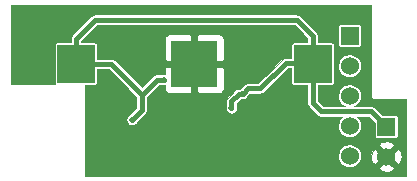
<source format=gbl>
G04 (created by PCBNEW (2013-07-07 BZR 4022)-stable) date 2/20/2015 11:24:38 AM*
%MOIN*%
G04 Gerber Fmt 3.4, Leading zero omitted, Abs format*
%FSLAX34Y34*%
G01*
G70*
G90*
G04 APERTURE LIST*
%ADD10C,0.00590551*%
%ADD11R,0.155906X0.155906*%
%ADD12R,0.125197X0.125197*%
%ADD13R,0.06X0.06*%
%ADD14C,0.06*%
%ADD15C,0.02*%
%ADD16C,0.006*%
%ADD17C,0.018*%
%ADD18C,0.0181102*%
%ADD19C,0.001*%
G04 APERTURE END LIST*
G54D10*
G54D11*
X110940Y-51673D03*
G54D12*
X106996Y-51673D03*
X114885Y-51673D03*
G54D13*
X116118Y-50740D03*
G54D14*
X116118Y-51740D03*
X116118Y-52740D03*
X116118Y-53740D03*
X116118Y-54740D03*
G54D13*
X117346Y-53771D03*
G54D14*
X117346Y-54771D03*
G54D15*
X109756Y-52665D03*
X112345Y-53403D03*
X109473Y-53818D03*
X110193Y-53999D03*
X112717Y-52925D03*
X109925Y-52200D03*
X108863Y-53547D03*
X112548Y-52676D03*
X112178Y-53149D03*
G54D16*
X112345Y-53403D02*
X112347Y-53405D01*
X110193Y-53999D02*
X110189Y-53995D01*
G54D17*
X106996Y-51673D02*
X106996Y-50834D01*
X114885Y-50732D02*
X114885Y-51673D01*
X114358Y-50204D02*
X114885Y-50732D01*
X107625Y-50204D02*
X114358Y-50204D01*
X106996Y-50834D02*
X107625Y-50204D01*
X114885Y-51673D02*
X114885Y-52988D01*
X114885Y-52988D02*
X115161Y-53263D01*
X113984Y-51657D02*
X114870Y-51657D01*
X114870Y-51657D02*
X114885Y-51673D01*
G54D18*
X113984Y-51657D02*
X113149Y-52492D01*
X112548Y-52676D02*
X112551Y-52676D01*
X112736Y-52492D02*
X113149Y-52492D01*
X112551Y-52676D02*
X112736Y-52492D01*
G54D17*
X106996Y-51673D02*
X108161Y-51673D01*
X108161Y-51673D02*
X109188Y-52700D01*
X109925Y-52200D02*
X109688Y-52200D01*
X109688Y-52200D02*
X109188Y-52700D01*
G54D18*
X109188Y-52700D02*
X109188Y-53221D01*
X108863Y-53547D02*
X109188Y-53221D01*
X116838Y-53263D02*
X117346Y-53771D01*
X115161Y-53263D02*
X116838Y-53263D01*
X115153Y-53263D02*
X115161Y-53263D01*
X112548Y-52676D02*
X112425Y-52676D01*
X112178Y-52924D02*
X112178Y-53149D01*
X112425Y-52676D02*
X112178Y-52924D01*
G54D16*
X112548Y-52676D02*
X112544Y-52673D01*
X112148Y-53119D02*
X112178Y-53149D01*
G54D10*
G36*
X118006Y-55408D02*
X117853Y-55408D01*
X117853Y-54796D01*
X117848Y-54697D01*
X117824Y-54601D01*
X117805Y-54555D01*
X117729Y-54523D01*
X117594Y-54657D01*
X117594Y-54388D01*
X117562Y-54312D01*
X117469Y-54279D01*
X117371Y-54264D01*
X117272Y-54269D01*
X117176Y-54293D01*
X117130Y-54312D01*
X117098Y-54388D01*
X117346Y-54637D01*
X117594Y-54388D01*
X117594Y-54657D01*
X117480Y-54771D01*
X117729Y-55019D01*
X117805Y-54987D01*
X117838Y-54894D01*
X117853Y-54796D01*
X117853Y-55408D01*
X117594Y-55408D01*
X117594Y-55154D01*
X117346Y-54906D01*
X117212Y-55040D01*
X117212Y-54771D01*
X116963Y-54523D01*
X116887Y-54555D01*
X116854Y-54648D01*
X116839Y-54746D01*
X116844Y-54845D01*
X116868Y-54941D01*
X116887Y-54987D01*
X116963Y-55019D01*
X117212Y-54771D01*
X117212Y-55040D01*
X117098Y-55154D01*
X117130Y-55230D01*
X117223Y-55264D01*
X117321Y-55278D01*
X117420Y-55273D01*
X117516Y-55249D01*
X117562Y-55230D01*
X117594Y-55154D01*
X117594Y-55408D01*
X116501Y-55408D01*
X116501Y-54702D01*
X116487Y-54628D01*
X116458Y-54559D01*
X116416Y-54496D01*
X116363Y-54443D01*
X116301Y-54400D01*
X116232Y-54371D01*
X116158Y-54356D01*
X116083Y-54356D01*
X116009Y-54370D01*
X115939Y-54398D01*
X115876Y-54439D01*
X115822Y-54492D01*
X115780Y-54554D01*
X115750Y-54623D01*
X115734Y-54697D01*
X115733Y-54772D01*
X115747Y-54846D01*
X115775Y-54916D01*
X115815Y-54979D01*
X115868Y-55033D01*
X115929Y-55076D01*
X115998Y-55106D01*
X116072Y-55123D01*
X116147Y-55124D01*
X116221Y-55111D01*
X116291Y-55084D01*
X116355Y-55044D01*
X116410Y-54992D01*
X116453Y-54930D01*
X116483Y-54861D01*
X116500Y-54788D01*
X116501Y-54702D01*
X116501Y-55408D01*
X111925Y-55408D01*
X111925Y-52434D01*
X111925Y-50912D01*
X111925Y-50872D01*
X111917Y-50832D01*
X111901Y-50795D01*
X111879Y-50762D01*
X111850Y-50734D01*
X111817Y-50711D01*
X111780Y-50696D01*
X111740Y-50688D01*
X111087Y-50688D01*
X111035Y-50739D01*
X111035Y-51578D01*
X111874Y-51578D01*
X111925Y-51526D01*
X111925Y-50912D01*
X111925Y-52434D01*
X111925Y-51819D01*
X111874Y-51768D01*
X111035Y-51768D01*
X111035Y-52606D01*
X111087Y-52657D01*
X111740Y-52657D01*
X111780Y-52649D01*
X111817Y-52634D01*
X111850Y-52612D01*
X111879Y-52584D01*
X111901Y-52550D01*
X111917Y-52513D01*
X111925Y-52474D01*
X111925Y-52434D01*
X111925Y-55408D01*
X107308Y-55408D01*
X107308Y-52382D01*
X107630Y-52382D01*
X107646Y-52379D01*
X107661Y-52373D01*
X107675Y-52364D01*
X107686Y-52352D01*
X107696Y-52339D01*
X107702Y-52324D01*
X107705Y-52308D01*
X107705Y-52291D01*
X107705Y-51846D01*
X108089Y-51846D01*
X109014Y-52772D01*
X109014Y-53149D01*
X108782Y-53381D01*
X108777Y-53383D01*
X108747Y-53403D01*
X108721Y-53428D01*
X108701Y-53458D01*
X108687Y-53491D01*
X108679Y-53526D01*
X108679Y-53562D01*
X108685Y-53598D01*
X108698Y-53631D01*
X108718Y-53661D01*
X108743Y-53687D01*
X108773Y-53708D01*
X108806Y-53722D01*
X108841Y-53730D01*
X108877Y-53731D01*
X108912Y-53725D01*
X108946Y-53712D01*
X108976Y-53692D01*
X109002Y-53667D01*
X109023Y-53638D01*
X109027Y-53628D01*
X109312Y-53344D01*
X109322Y-53332D01*
X109332Y-53319D01*
X109333Y-53319D01*
X109333Y-53318D01*
X109341Y-53304D01*
X109349Y-53290D01*
X109349Y-53289D01*
X109349Y-53288D01*
X109354Y-53273D01*
X109359Y-53257D01*
X109359Y-53256D01*
X109359Y-53255D01*
X109361Y-53239D01*
X109363Y-53223D01*
X109363Y-53222D01*
X109363Y-53222D01*
X109363Y-53222D01*
X109363Y-53221D01*
X109363Y-52772D01*
X109760Y-52374D01*
X109863Y-52374D01*
X109868Y-52376D01*
X109903Y-52384D01*
X109939Y-52384D01*
X109956Y-52381D01*
X109956Y-52434D01*
X109956Y-52474D01*
X109964Y-52513D01*
X109980Y-52550D01*
X110002Y-52584D01*
X110031Y-52612D01*
X110064Y-52634D01*
X110101Y-52649D01*
X110141Y-52657D01*
X110794Y-52657D01*
X110845Y-52606D01*
X110845Y-51768D01*
X110845Y-51578D01*
X110845Y-50739D01*
X110794Y-50688D01*
X110141Y-50688D01*
X110101Y-50696D01*
X110064Y-50711D01*
X110031Y-50734D01*
X110002Y-50762D01*
X109980Y-50795D01*
X109964Y-50832D01*
X109956Y-50872D01*
X109956Y-50912D01*
X109956Y-51526D01*
X110007Y-51578D01*
X110845Y-51578D01*
X110845Y-51768D01*
X110007Y-51768D01*
X109956Y-51819D01*
X109956Y-52019D01*
X109944Y-52017D01*
X109908Y-52016D01*
X109873Y-52023D01*
X109864Y-52027D01*
X109688Y-52027D01*
X109672Y-52028D01*
X109657Y-52030D01*
X109656Y-52030D01*
X109655Y-52030D01*
X109639Y-52034D01*
X109624Y-52039D01*
X109623Y-52039D01*
X109622Y-52040D01*
X109608Y-52047D01*
X109594Y-52055D01*
X109593Y-52055D01*
X109592Y-52056D01*
X109580Y-52066D01*
X109567Y-52076D01*
X109566Y-52077D01*
X109566Y-52077D01*
X109566Y-52077D01*
X109566Y-52077D01*
X109188Y-52455D01*
X108284Y-51550D01*
X108271Y-51540D01*
X108259Y-51529D01*
X108258Y-51529D01*
X108258Y-51528D01*
X108243Y-51521D01*
X108229Y-51513D01*
X108228Y-51513D01*
X108228Y-51512D01*
X108212Y-51508D01*
X108197Y-51503D01*
X108196Y-51503D01*
X108195Y-51502D01*
X108179Y-51501D01*
X108163Y-51499D01*
X108162Y-51499D01*
X108162Y-51499D01*
X108161Y-51499D01*
X108161Y-51499D01*
X107705Y-51499D01*
X107705Y-51039D01*
X107702Y-51022D01*
X107696Y-51007D01*
X107687Y-50994D01*
X107675Y-50982D01*
X107662Y-50973D01*
X107646Y-50966D01*
X107630Y-50963D01*
X107614Y-50963D01*
X107169Y-50963D01*
X107169Y-50906D01*
X107697Y-50378D01*
X114286Y-50378D01*
X114712Y-50804D01*
X114712Y-50963D01*
X114251Y-50963D01*
X114235Y-50966D01*
X114220Y-50972D01*
X114206Y-50982D01*
X114195Y-50993D01*
X114185Y-51007D01*
X114179Y-51022D01*
X114176Y-51038D01*
X114176Y-51054D01*
X114176Y-51483D01*
X113991Y-51483D01*
X113986Y-51483D01*
X113952Y-51486D01*
X113919Y-51495D01*
X113889Y-51511D01*
X113862Y-51532D01*
X113861Y-51534D01*
X113077Y-52317D01*
X112736Y-52317D01*
X112720Y-52319D01*
X112704Y-52320D01*
X112703Y-52321D01*
X112702Y-52321D01*
X112686Y-52325D01*
X112671Y-52330D01*
X112670Y-52330D01*
X112669Y-52330D01*
X112655Y-52338D01*
X112641Y-52345D01*
X112640Y-52346D01*
X112639Y-52346D01*
X112627Y-52357D01*
X112614Y-52367D01*
X112613Y-52368D01*
X112613Y-52368D01*
X112613Y-52368D01*
X112612Y-52368D01*
X112479Y-52502D01*
X112425Y-52502D01*
X112409Y-52504D01*
X112393Y-52505D01*
X112392Y-52505D01*
X112391Y-52505D01*
X112376Y-52510D01*
X112360Y-52515D01*
X112359Y-52515D01*
X112358Y-52515D01*
X112344Y-52523D01*
X112330Y-52530D01*
X112329Y-52531D01*
X112328Y-52531D01*
X112316Y-52541D01*
X112303Y-52552D01*
X112302Y-52553D01*
X112302Y-52553D01*
X112302Y-52553D01*
X112302Y-52553D01*
X112054Y-52800D01*
X112044Y-52813D01*
X112034Y-52825D01*
X112033Y-52826D01*
X112033Y-52827D01*
X112025Y-52841D01*
X112017Y-52855D01*
X112017Y-52856D01*
X112017Y-52857D01*
X112012Y-52872D01*
X112007Y-52887D01*
X112007Y-52888D01*
X112007Y-52889D01*
X112005Y-52905D01*
X112003Y-52921D01*
X112003Y-52923D01*
X112003Y-52923D01*
X112003Y-52923D01*
X112003Y-52924D01*
X112003Y-53089D01*
X112002Y-53093D01*
X111994Y-53128D01*
X111994Y-53164D01*
X112000Y-53200D01*
X112013Y-53233D01*
X112033Y-53264D01*
X112058Y-53290D01*
X112088Y-53310D01*
X112121Y-53325D01*
X112156Y-53332D01*
X112192Y-53333D01*
X112227Y-53327D01*
X112261Y-53314D01*
X112291Y-53294D01*
X112317Y-53270D01*
X112338Y-53240D01*
X112353Y-53207D01*
X112361Y-53172D01*
X112361Y-53131D01*
X112354Y-53096D01*
X112352Y-53090D01*
X112352Y-52996D01*
X112495Y-52853D01*
X112526Y-52860D01*
X112562Y-52861D01*
X112597Y-52854D01*
X112631Y-52841D01*
X112661Y-52822D01*
X112687Y-52797D01*
X112708Y-52768D01*
X112710Y-52764D01*
X112808Y-52666D01*
X113149Y-52666D01*
X113165Y-52664D01*
X113181Y-52663D01*
X113182Y-52663D01*
X113183Y-52663D01*
X113198Y-52658D01*
X113214Y-52653D01*
X113215Y-52653D01*
X113216Y-52653D01*
X113230Y-52645D01*
X113244Y-52638D01*
X113245Y-52637D01*
X113246Y-52637D01*
X113258Y-52627D01*
X113271Y-52617D01*
X113272Y-52615D01*
X113272Y-52615D01*
X113272Y-52615D01*
X113272Y-52615D01*
X114056Y-51831D01*
X114176Y-51831D01*
X114176Y-52307D01*
X114179Y-52323D01*
X114185Y-52338D01*
X114194Y-52352D01*
X114206Y-52364D01*
X114219Y-52373D01*
X114234Y-52379D01*
X114251Y-52382D01*
X114267Y-52383D01*
X114712Y-52382D01*
X114712Y-52988D01*
X114713Y-53004D01*
X114715Y-53020D01*
X114715Y-53021D01*
X114715Y-53021D01*
X114720Y-53037D01*
X114724Y-53052D01*
X114724Y-53053D01*
X114725Y-53054D01*
X114732Y-53068D01*
X114740Y-53082D01*
X114740Y-53083D01*
X114741Y-53084D01*
X114751Y-53096D01*
X114761Y-53109D01*
X114762Y-53110D01*
X114762Y-53110D01*
X114762Y-53110D01*
X114762Y-53111D01*
X115003Y-53351D01*
X115007Y-53359D01*
X115029Y-53385D01*
X115055Y-53407D01*
X115084Y-53423D01*
X115117Y-53434D01*
X115151Y-53438D01*
X115153Y-53438D01*
X115161Y-53438D01*
X115878Y-53438D01*
X115876Y-53439D01*
X115822Y-53492D01*
X115780Y-53554D01*
X115750Y-53623D01*
X115734Y-53697D01*
X115733Y-53772D01*
X115747Y-53846D01*
X115775Y-53916D01*
X115815Y-53979D01*
X115868Y-54033D01*
X115929Y-54076D01*
X115998Y-54106D01*
X116072Y-54123D01*
X116147Y-54124D01*
X116221Y-54111D01*
X116291Y-54084D01*
X116355Y-54044D01*
X116410Y-53992D01*
X116453Y-53930D01*
X116483Y-53861D01*
X116500Y-53788D01*
X116501Y-53702D01*
X116487Y-53628D01*
X116458Y-53559D01*
X116416Y-53496D01*
X116363Y-53443D01*
X116356Y-53438D01*
X116766Y-53438D01*
X116962Y-53634D01*
X116962Y-54079D01*
X116965Y-54095D01*
X116972Y-54111D01*
X116981Y-54124D01*
X116992Y-54136D01*
X117006Y-54145D01*
X117021Y-54152D01*
X117037Y-54155D01*
X117054Y-54155D01*
X117654Y-54155D01*
X117670Y-54152D01*
X117685Y-54145D01*
X117699Y-54136D01*
X117711Y-54125D01*
X117720Y-54111D01*
X117726Y-54096D01*
X117730Y-54080D01*
X117730Y-54064D01*
X117730Y-53463D01*
X117727Y-53447D01*
X117720Y-53432D01*
X117711Y-53418D01*
X117700Y-53406D01*
X117686Y-53397D01*
X117671Y-53391D01*
X117655Y-53387D01*
X117638Y-53387D01*
X117209Y-53387D01*
X116961Y-53140D01*
X116949Y-53130D01*
X116937Y-53119D01*
X116936Y-53119D01*
X116935Y-53118D01*
X116921Y-53111D01*
X116907Y-53103D01*
X116906Y-53103D01*
X116905Y-53102D01*
X116890Y-53098D01*
X116874Y-53093D01*
X116873Y-53093D01*
X116873Y-53092D01*
X116857Y-53091D01*
X116841Y-53089D01*
X116839Y-53089D01*
X116839Y-53089D01*
X116839Y-53089D01*
X116838Y-53089D01*
X116501Y-53089D01*
X116501Y-51032D01*
X116501Y-50431D01*
X116498Y-50415D01*
X116492Y-50400D01*
X116483Y-50386D01*
X116471Y-50375D01*
X116458Y-50366D01*
X116442Y-50359D01*
X116426Y-50356D01*
X116410Y-50356D01*
X115809Y-50356D01*
X115793Y-50359D01*
X115778Y-50365D01*
X115764Y-50374D01*
X115753Y-50386D01*
X115744Y-50400D01*
X115737Y-50415D01*
X115734Y-50431D01*
X115734Y-50447D01*
X115734Y-51048D01*
X115737Y-51064D01*
X115743Y-51079D01*
X115752Y-51093D01*
X115764Y-51104D01*
X115778Y-51114D01*
X115793Y-51120D01*
X115809Y-51123D01*
X115825Y-51123D01*
X116426Y-51123D01*
X116442Y-51120D01*
X116457Y-51114D01*
X116471Y-51105D01*
X116482Y-51093D01*
X116492Y-51080D01*
X116498Y-51065D01*
X116501Y-51048D01*
X116501Y-51032D01*
X116501Y-53089D01*
X116278Y-53089D01*
X116291Y-53084D01*
X116355Y-53044D01*
X116410Y-52992D01*
X116453Y-52930D01*
X116483Y-52861D01*
X116500Y-52788D01*
X116501Y-52702D01*
X116501Y-51702D01*
X116487Y-51628D01*
X116458Y-51559D01*
X116416Y-51496D01*
X116363Y-51443D01*
X116301Y-51400D01*
X116232Y-51371D01*
X116158Y-51356D01*
X116083Y-51356D01*
X116009Y-51370D01*
X115939Y-51398D01*
X115876Y-51439D01*
X115822Y-51492D01*
X115780Y-51554D01*
X115750Y-51623D01*
X115734Y-51697D01*
X115733Y-51772D01*
X115747Y-51846D01*
X115775Y-51916D01*
X115815Y-51979D01*
X115868Y-52033D01*
X115929Y-52076D01*
X115998Y-52106D01*
X116072Y-52123D01*
X116147Y-52124D01*
X116221Y-52111D01*
X116291Y-52084D01*
X116355Y-52044D01*
X116410Y-51992D01*
X116453Y-51930D01*
X116483Y-51861D01*
X116500Y-51788D01*
X116501Y-51702D01*
X116501Y-52702D01*
X116487Y-52628D01*
X116458Y-52559D01*
X116416Y-52496D01*
X116363Y-52443D01*
X116301Y-52400D01*
X116232Y-52371D01*
X116158Y-52356D01*
X116083Y-52356D01*
X116009Y-52370D01*
X115939Y-52398D01*
X115876Y-52439D01*
X115822Y-52492D01*
X115780Y-52554D01*
X115750Y-52623D01*
X115734Y-52697D01*
X115733Y-52772D01*
X115747Y-52846D01*
X115775Y-52916D01*
X115815Y-52979D01*
X115868Y-53033D01*
X115929Y-53076D01*
X115959Y-53089D01*
X115232Y-53089D01*
X115059Y-52916D01*
X115059Y-52382D01*
X115520Y-52382D01*
X115536Y-52379D01*
X115551Y-52373D01*
X115564Y-52364D01*
X115576Y-52352D01*
X115585Y-52339D01*
X115592Y-52324D01*
X115595Y-52308D01*
X115595Y-52291D01*
X115595Y-51039D01*
X115592Y-51022D01*
X115586Y-51007D01*
X115577Y-50994D01*
X115565Y-50982D01*
X115551Y-50973D01*
X115536Y-50966D01*
X115520Y-50963D01*
X115504Y-50963D01*
X115059Y-50963D01*
X115059Y-50732D01*
X115058Y-50716D01*
X115056Y-50700D01*
X115056Y-50699D01*
X115056Y-50698D01*
X115051Y-50683D01*
X115047Y-50667D01*
X115046Y-50666D01*
X115046Y-50666D01*
X115038Y-50651D01*
X115031Y-50637D01*
X115030Y-50636D01*
X115030Y-50636D01*
X115020Y-50623D01*
X115010Y-50611D01*
X115009Y-50609D01*
X115009Y-50609D01*
X115009Y-50609D01*
X115008Y-50609D01*
X114481Y-50081D01*
X114468Y-50071D01*
X114456Y-50061D01*
X114455Y-50060D01*
X114454Y-50060D01*
X114440Y-50052D01*
X114426Y-50045D01*
X114425Y-50044D01*
X114425Y-50044D01*
X114409Y-50039D01*
X114394Y-50034D01*
X114393Y-50034D01*
X114392Y-50034D01*
X114376Y-50032D01*
X114360Y-50031D01*
X114358Y-50030D01*
X114358Y-50030D01*
X114358Y-50030D01*
X114358Y-50030D01*
X107625Y-50030D01*
X107609Y-50032D01*
X107594Y-50033D01*
X107593Y-50034D01*
X107592Y-50034D01*
X107576Y-50038D01*
X107561Y-50043D01*
X107560Y-50043D01*
X107559Y-50044D01*
X107545Y-50051D01*
X107531Y-50059D01*
X107530Y-50059D01*
X107529Y-50060D01*
X107517Y-50070D01*
X107504Y-50080D01*
X107503Y-50081D01*
X107503Y-50081D01*
X107503Y-50081D01*
X107503Y-50081D01*
X106873Y-50711D01*
X106863Y-50724D01*
X106852Y-50736D01*
X106852Y-50737D01*
X106851Y-50737D01*
X106844Y-50752D01*
X106836Y-50766D01*
X106836Y-50767D01*
X106835Y-50767D01*
X106830Y-50783D01*
X106826Y-50798D01*
X106826Y-50799D01*
X106825Y-50800D01*
X106824Y-50816D01*
X106822Y-50832D01*
X106822Y-50834D01*
X106822Y-50834D01*
X106822Y-50834D01*
X106822Y-50834D01*
X106822Y-50963D01*
X106361Y-50963D01*
X106345Y-50966D01*
X106330Y-50972D01*
X106316Y-50982D01*
X106305Y-50993D01*
X106296Y-51007D01*
X106289Y-51022D01*
X106286Y-51038D01*
X106286Y-51054D01*
X106286Y-52307D01*
X106289Y-52323D01*
X106295Y-52338D01*
X106304Y-52352D01*
X106313Y-52361D01*
X104827Y-52361D01*
X104827Y-50000D01*
X104827Y-49709D01*
X116825Y-49709D01*
X116825Y-50000D01*
X116825Y-52755D01*
X116826Y-52765D01*
X116827Y-52775D01*
X116827Y-52775D01*
X116827Y-52775D01*
X116830Y-52785D01*
X116833Y-52794D01*
X116833Y-52794D01*
X116833Y-52795D01*
X116838Y-52803D01*
X116842Y-52812D01*
X116842Y-52812D01*
X116842Y-52813D01*
X116849Y-52820D01*
X116855Y-52828D01*
X116855Y-52828D01*
X116855Y-52828D01*
X116863Y-52834D01*
X116870Y-52841D01*
X116871Y-52841D01*
X116871Y-52841D01*
X116879Y-52846D01*
X116888Y-52850D01*
X116888Y-52851D01*
X116889Y-52851D01*
X116898Y-52854D01*
X116907Y-52857D01*
X116907Y-52857D01*
X116908Y-52857D01*
X116918Y-52858D01*
X116927Y-52859D01*
X116928Y-52859D01*
X116928Y-52859D01*
X116928Y-52859D01*
X116929Y-52859D01*
X118006Y-52859D01*
X118006Y-55408D01*
X118006Y-55408D01*
G37*
G54D19*
X118006Y-55408D02*
X117853Y-55408D01*
X117853Y-54796D01*
X117848Y-54697D01*
X117824Y-54601D01*
X117805Y-54555D01*
X117729Y-54523D01*
X117594Y-54657D01*
X117594Y-54388D01*
X117562Y-54312D01*
X117469Y-54279D01*
X117371Y-54264D01*
X117272Y-54269D01*
X117176Y-54293D01*
X117130Y-54312D01*
X117098Y-54388D01*
X117346Y-54637D01*
X117594Y-54388D01*
X117594Y-54657D01*
X117480Y-54771D01*
X117729Y-55019D01*
X117805Y-54987D01*
X117838Y-54894D01*
X117853Y-54796D01*
X117853Y-55408D01*
X117594Y-55408D01*
X117594Y-55154D01*
X117346Y-54906D01*
X117212Y-55040D01*
X117212Y-54771D01*
X116963Y-54523D01*
X116887Y-54555D01*
X116854Y-54648D01*
X116839Y-54746D01*
X116844Y-54845D01*
X116868Y-54941D01*
X116887Y-54987D01*
X116963Y-55019D01*
X117212Y-54771D01*
X117212Y-55040D01*
X117098Y-55154D01*
X117130Y-55230D01*
X117223Y-55264D01*
X117321Y-55278D01*
X117420Y-55273D01*
X117516Y-55249D01*
X117562Y-55230D01*
X117594Y-55154D01*
X117594Y-55408D01*
X116501Y-55408D01*
X116501Y-54702D01*
X116487Y-54628D01*
X116458Y-54559D01*
X116416Y-54496D01*
X116363Y-54443D01*
X116301Y-54400D01*
X116232Y-54371D01*
X116158Y-54356D01*
X116083Y-54356D01*
X116009Y-54370D01*
X115939Y-54398D01*
X115876Y-54439D01*
X115822Y-54492D01*
X115780Y-54554D01*
X115750Y-54623D01*
X115734Y-54697D01*
X115733Y-54772D01*
X115747Y-54846D01*
X115775Y-54916D01*
X115815Y-54979D01*
X115868Y-55033D01*
X115929Y-55076D01*
X115998Y-55106D01*
X116072Y-55123D01*
X116147Y-55124D01*
X116221Y-55111D01*
X116291Y-55084D01*
X116355Y-55044D01*
X116410Y-54992D01*
X116453Y-54930D01*
X116483Y-54861D01*
X116500Y-54788D01*
X116501Y-54702D01*
X116501Y-55408D01*
X111925Y-55408D01*
X111925Y-52434D01*
X111925Y-50912D01*
X111925Y-50872D01*
X111917Y-50832D01*
X111901Y-50795D01*
X111879Y-50762D01*
X111850Y-50734D01*
X111817Y-50711D01*
X111780Y-50696D01*
X111740Y-50688D01*
X111087Y-50688D01*
X111035Y-50739D01*
X111035Y-51578D01*
X111874Y-51578D01*
X111925Y-51526D01*
X111925Y-50912D01*
X111925Y-52434D01*
X111925Y-51819D01*
X111874Y-51768D01*
X111035Y-51768D01*
X111035Y-52606D01*
X111087Y-52657D01*
X111740Y-52657D01*
X111780Y-52649D01*
X111817Y-52634D01*
X111850Y-52612D01*
X111879Y-52584D01*
X111901Y-52550D01*
X111917Y-52513D01*
X111925Y-52474D01*
X111925Y-52434D01*
X111925Y-55408D01*
X107308Y-55408D01*
X107308Y-52382D01*
X107630Y-52382D01*
X107646Y-52379D01*
X107661Y-52373D01*
X107675Y-52364D01*
X107686Y-52352D01*
X107696Y-52339D01*
X107702Y-52324D01*
X107705Y-52308D01*
X107705Y-52291D01*
X107705Y-51846D01*
X108089Y-51846D01*
X109014Y-52772D01*
X109014Y-53149D01*
X108782Y-53381D01*
X108777Y-53383D01*
X108747Y-53403D01*
X108721Y-53428D01*
X108701Y-53458D01*
X108687Y-53491D01*
X108679Y-53526D01*
X108679Y-53562D01*
X108685Y-53598D01*
X108698Y-53631D01*
X108718Y-53661D01*
X108743Y-53687D01*
X108773Y-53708D01*
X108806Y-53722D01*
X108841Y-53730D01*
X108877Y-53731D01*
X108912Y-53725D01*
X108946Y-53712D01*
X108976Y-53692D01*
X109002Y-53667D01*
X109023Y-53638D01*
X109027Y-53628D01*
X109312Y-53344D01*
X109322Y-53332D01*
X109332Y-53319D01*
X109333Y-53319D01*
X109333Y-53318D01*
X109341Y-53304D01*
X109349Y-53290D01*
X109349Y-53289D01*
X109349Y-53288D01*
X109354Y-53273D01*
X109359Y-53257D01*
X109359Y-53256D01*
X109359Y-53255D01*
X109361Y-53239D01*
X109363Y-53223D01*
X109363Y-53222D01*
X109363Y-53222D01*
X109363Y-53222D01*
X109363Y-53221D01*
X109363Y-52772D01*
X109760Y-52374D01*
X109863Y-52374D01*
X109868Y-52376D01*
X109903Y-52384D01*
X109939Y-52384D01*
X109956Y-52381D01*
X109956Y-52434D01*
X109956Y-52474D01*
X109964Y-52513D01*
X109980Y-52550D01*
X110002Y-52584D01*
X110031Y-52612D01*
X110064Y-52634D01*
X110101Y-52649D01*
X110141Y-52657D01*
X110794Y-52657D01*
X110845Y-52606D01*
X110845Y-51768D01*
X110845Y-51578D01*
X110845Y-50739D01*
X110794Y-50688D01*
X110141Y-50688D01*
X110101Y-50696D01*
X110064Y-50711D01*
X110031Y-50734D01*
X110002Y-50762D01*
X109980Y-50795D01*
X109964Y-50832D01*
X109956Y-50872D01*
X109956Y-50912D01*
X109956Y-51526D01*
X110007Y-51578D01*
X110845Y-51578D01*
X110845Y-51768D01*
X110007Y-51768D01*
X109956Y-51819D01*
X109956Y-52019D01*
X109944Y-52017D01*
X109908Y-52016D01*
X109873Y-52023D01*
X109864Y-52027D01*
X109688Y-52027D01*
X109672Y-52028D01*
X109657Y-52030D01*
X109656Y-52030D01*
X109655Y-52030D01*
X109639Y-52034D01*
X109624Y-52039D01*
X109623Y-52039D01*
X109622Y-52040D01*
X109608Y-52047D01*
X109594Y-52055D01*
X109593Y-52055D01*
X109592Y-52056D01*
X109580Y-52066D01*
X109567Y-52076D01*
X109566Y-52077D01*
X109566Y-52077D01*
X109566Y-52077D01*
X109566Y-52077D01*
X109188Y-52455D01*
X108284Y-51550D01*
X108271Y-51540D01*
X108259Y-51529D01*
X108258Y-51529D01*
X108258Y-51528D01*
X108243Y-51521D01*
X108229Y-51513D01*
X108228Y-51513D01*
X108228Y-51512D01*
X108212Y-51508D01*
X108197Y-51503D01*
X108196Y-51503D01*
X108195Y-51502D01*
X108179Y-51501D01*
X108163Y-51499D01*
X108162Y-51499D01*
X108162Y-51499D01*
X108161Y-51499D01*
X108161Y-51499D01*
X107705Y-51499D01*
X107705Y-51039D01*
X107702Y-51022D01*
X107696Y-51007D01*
X107687Y-50994D01*
X107675Y-50982D01*
X107662Y-50973D01*
X107646Y-50966D01*
X107630Y-50963D01*
X107614Y-50963D01*
X107169Y-50963D01*
X107169Y-50906D01*
X107697Y-50378D01*
X114286Y-50378D01*
X114712Y-50804D01*
X114712Y-50963D01*
X114251Y-50963D01*
X114235Y-50966D01*
X114220Y-50972D01*
X114206Y-50982D01*
X114195Y-50993D01*
X114185Y-51007D01*
X114179Y-51022D01*
X114176Y-51038D01*
X114176Y-51054D01*
X114176Y-51483D01*
X113991Y-51483D01*
X113986Y-51483D01*
X113952Y-51486D01*
X113919Y-51495D01*
X113889Y-51511D01*
X113862Y-51532D01*
X113861Y-51534D01*
X113077Y-52317D01*
X112736Y-52317D01*
X112720Y-52319D01*
X112704Y-52320D01*
X112703Y-52321D01*
X112702Y-52321D01*
X112686Y-52325D01*
X112671Y-52330D01*
X112670Y-52330D01*
X112669Y-52330D01*
X112655Y-52338D01*
X112641Y-52345D01*
X112640Y-52346D01*
X112639Y-52346D01*
X112627Y-52357D01*
X112614Y-52367D01*
X112613Y-52368D01*
X112613Y-52368D01*
X112613Y-52368D01*
X112612Y-52368D01*
X112479Y-52502D01*
X112425Y-52502D01*
X112409Y-52504D01*
X112393Y-52505D01*
X112392Y-52505D01*
X112391Y-52505D01*
X112376Y-52510D01*
X112360Y-52515D01*
X112359Y-52515D01*
X112358Y-52515D01*
X112344Y-52523D01*
X112330Y-52530D01*
X112329Y-52531D01*
X112328Y-52531D01*
X112316Y-52541D01*
X112303Y-52552D01*
X112302Y-52553D01*
X112302Y-52553D01*
X112302Y-52553D01*
X112302Y-52553D01*
X112054Y-52800D01*
X112044Y-52813D01*
X112034Y-52825D01*
X112033Y-52826D01*
X112033Y-52827D01*
X112025Y-52841D01*
X112017Y-52855D01*
X112017Y-52856D01*
X112017Y-52857D01*
X112012Y-52872D01*
X112007Y-52887D01*
X112007Y-52888D01*
X112007Y-52889D01*
X112005Y-52905D01*
X112003Y-52921D01*
X112003Y-52923D01*
X112003Y-52923D01*
X112003Y-52923D01*
X112003Y-52924D01*
X112003Y-53089D01*
X112002Y-53093D01*
X111994Y-53128D01*
X111994Y-53164D01*
X112000Y-53200D01*
X112013Y-53233D01*
X112033Y-53264D01*
X112058Y-53290D01*
X112088Y-53310D01*
X112121Y-53325D01*
X112156Y-53332D01*
X112192Y-53333D01*
X112227Y-53327D01*
X112261Y-53314D01*
X112291Y-53294D01*
X112317Y-53270D01*
X112338Y-53240D01*
X112353Y-53207D01*
X112361Y-53172D01*
X112361Y-53131D01*
X112354Y-53096D01*
X112352Y-53090D01*
X112352Y-52996D01*
X112495Y-52853D01*
X112526Y-52860D01*
X112562Y-52861D01*
X112597Y-52854D01*
X112631Y-52841D01*
X112661Y-52822D01*
X112687Y-52797D01*
X112708Y-52768D01*
X112710Y-52764D01*
X112808Y-52666D01*
X113149Y-52666D01*
X113165Y-52664D01*
X113181Y-52663D01*
X113182Y-52663D01*
X113183Y-52663D01*
X113198Y-52658D01*
X113214Y-52653D01*
X113215Y-52653D01*
X113216Y-52653D01*
X113230Y-52645D01*
X113244Y-52638D01*
X113245Y-52637D01*
X113246Y-52637D01*
X113258Y-52627D01*
X113271Y-52617D01*
X113272Y-52615D01*
X113272Y-52615D01*
X113272Y-52615D01*
X113272Y-52615D01*
X114056Y-51831D01*
X114176Y-51831D01*
X114176Y-52307D01*
X114179Y-52323D01*
X114185Y-52338D01*
X114194Y-52352D01*
X114206Y-52364D01*
X114219Y-52373D01*
X114234Y-52379D01*
X114251Y-52382D01*
X114267Y-52383D01*
X114712Y-52382D01*
X114712Y-52988D01*
X114713Y-53004D01*
X114715Y-53020D01*
X114715Y-53021D01*
X114715Y-53021D01*
X114720Y-53037D01*
X114724Y-53052D01*
X114724Y-53053D01*
X114725Y-53054D01*
X114732Y-53068D01*
X114740Y-53082D01*
X114740Y-53083D01*
X114741Y-53084D01*
X114751Y-53096D01*
X114761Y-53109D01*
X114762Y-53110D01*
X114762Y-53110D01*
X114762Y-53110D01*
X114762Y-53111D01*
X115003Y-53351D01*
X115007Y-53359D01*
X115029Y-53385D01*
X115055Y-53407D01*
X115084Y-53423D01*
X115117Y-53434D01*
X115151Y-53438D01*
X115153Y-53438D01*
X115161Y-53438D01*
X115878Y-53438D01*
X115876Y-53439D01*
X115822Y-53492D01*
X115780Y-53554D01*
X115750Y-53623D01*
X115734Y-53697D01*
X115733Y-53772D01*
X115747Y-53846D01*
X115775Y-53916D01*
X115815Y-53979D01*
X115868Y-54033D01*
X115929Y-54076D01*
X115998Y-54106D01*
X116072Y-54123D01*
X116147Y-54124D01*
X116221Y-54111D01*
X116291Y-54084D01*
X116355Y-54044D01*
X116410Y-53992D01*
X116453Y-53930D01*
X116483Y-53861D01*
X116500Y-53788D01*
X116501Y-53702D01*
X116487Y-53628D01*
X116458Y-53559D01*
X116416Y-53496D01*
X116363Y-53443D01*
X116356Y-53438D01*
X116766Y-53438D01*
X116962Y-53634D01*
X116962Y-54079D01*
X116965Y-54095D01*
X116972Y-54111D01*
X116981Y-54124D01*
X116992Y-54136D01*
X117006Y-54145D01*
X117021Y-54152D01*
X117037Y-54155D01*
X117054Y-54155D01*
X117654Y-54155D01*
X117670Y-54152D01*
X117685Y-54145D01*
X117699Y-54136D01*
X117711Y-54125D01*
X117720Y-54111D01*
X117726Y-54096D01*
X117730Y-54080D01*
X117730Y-54064D01*
X117730Y-53463D01*
X117727Y-53447D01*
X117720Y-53432D01*
X117711Y-53418D01*
X117700Y-53406D01*
X117686Y-53397D01*
X117671Y-53391D01*
X117655Y-53387D01*
X117638Y-53387D01*
X117209Y-53387D01*
X116961Y-53140D01*
X116949Y-53130D01*
X116937Y-53119D01*
X116936Y-53119D01*
X116935Y-53118D01*
X116921Y-53111D01*
X116907Y-53103D01*
X116906Y-53103D01*
X116905Y-53102D01*
X116890Y-53098D01*
X116874Y-53093D01*
X116873Y-53093D01*
X116873Y-53092D01*
X116857Y-53091D01*
X116841Y-53089D01*
X116839Y-53089D01*
X116839Y-53089D01*
X116839Y-53089D01*
X116838Y-53089D01*
X116501Y-53089D01*
X116501Y-51032D01*
X116501Y-50431D01*
X116498Y-50415D01*
X116492Y-50400D01*
X116483Y-50386D01*
X116471Y-50375D01*
X116458Y-50366D01*
X116442Y-50359D01*
X116426Y-50356D01*
X116410Y-50356D01*
X115809Y-50356D01*
X115793Y-50359D01*
X115778Y-50365D01*
X115764Y-50374D01*
X115753Y-50386D01*
X115744Y-50400D01*
X115737Y-50415D01*
X115734Y-50431D01*
X115734Y-50447D01*
X115734Y-51048D01*
X115737Y-51064D01*
X115743Y-51079D01*
X115752Y-51093D01*
X115764Y-51104D01*
X115778Y-51114D01*
X115793Y-51120D01*
X115809Y-51123D01*
X115825Y-51123D01*
X116426Y-51123D01*
X116442Y-51120D01*
X116457Y-51114D01*
X116471Y-51105D01*
X116482Y-51093D01*
X116492Y-51080D01*
X116498Y-51065D01*
X116501Y-51048D01*
X116501Y-51032D01*
X116501Y-53089D01*
X116278Y-53089D01*
X116291Y-53084D01*
X116355Y-53044D01*
X116410Y-52992D01*
X116453Y-52930D01*
X116483Y-52861D01*
X116500Y-52788D01*
X116501Y-52702D01*
X116501Y-51702D01*
X116487Y-51628D01*
X116458Y-51559D01*
X116416Y-51496D01*
X116363Y-51443D01*
X116301Y-51400D01*
X116232Y-51371D01*
X116158Y-51356D01*
X116083Y-51356D01*
X116009Y-51370D01*
X115939Y-51398D01*
X115876Y-51439D01*
X115822Y-51492D01*
X115780Y-51554D01*
X115750Y-51623D01*
X115734Y-51697D01*
X115733Y-51772D01*
X115747Y-51846D01*
X115775Y-51916D01*
X115815Y-51979D01*
X115868Y-52033D01*
X115929Y-52076D01*
X115998Y-52106D01*
X116072Y-52123D01*
X116147Y-52124D01*
X116221Y-52111D01*
X116291Y-52084D01*
X116355Y-52044D01*
X116410Y-51992D01*
X116453Y-51930D01*
X116483Y-51861D01*
X116500Y-51788D01*
X116501Y-51702D01*
X116501Y-52702D01*
X116487Y-52628D01*
X116458Y-52559D01*
X116416Y-52496D01*
X116363Y-52443D01*
X116301Y-52400D01*
X116232Y-52371D01*
X116158Y-52356D01*
X116083Y-52356D01*
X116009Y-52370D01*
X115939Y-52398D01*
X115876Y-52439D01*
X115822Y-52492D01*
X115780Y-52554D01*
X115750Y-52623D01*
X115734Y-52697D01*
X115733Y-52772D01*
X115747Y-52846D01*
X115775Y-52916D01*
X115815Y-52979D01*
X115868Y-53033D01*
X115929Y-53076D01*
X115959Y-53089D01*
X115232Y-53089D01*
X115059Y-52916D01*
X115059Y-52382D01*
X115520Y-52382D01*
X115536Y-52379D01*
X115551Y-52373D01*
X115564Y-52364D01*
X115576Y-52352D01*
X115585Y-52339D01*
X115592Y-52324D01*
X115595Y-52308D01*
X115595Y-52291D01*
X115595Y-51039D01*
X115592Y-51022D01*
X115586Y-51007D01*
X115577Y-50994D01*
X115565Y-50982D01*
X115551Y-50973D01*
X115536Y-50966D01*
X115520Y-50963D01*
X115504Y-50963D01*
X115059Y-50963D01*
X115059Y-50732D01*
X115058Y-50716D01*
X115056Y-50700D01*
X115056Y-50699D01*
X115056Y-50698D01*
X115051Y-50683D01*
X115047Y-50667D01*
X115046Y-50666D01*
X115046Y-50666D01*
X115038Y-50651D01*
X115031Y-50637D01*
X115030Y-50636D01*
X115030Y-50636D01*
X115020Y-50623D01*
X115010Y-50611D01*
X115009Y-50609D01*
X115009Y-50609D01*
X115009Y-50609D01*
X115008Y-50609D01*
X114481Y-50081D01*
X114468Y-50071D01*
X114456Y-50061D01*
X114455Y-50060D01*
X114454Y-50060D01*
X114440Y-50052D01*
X114426Y-50045D01*
X114425Y-50044D01*
X114425Y-50044D01*
X114409Y-50039D01*
X114394Y-50034D01*
X114393Y-50034D01*
X114392Y-50034D01*
X114376Y-50032D01*
X114360Y-50031D01*
X114358Y-50030D01*
X114358Y-50030D01*
X114358Y-50030D01*
X114358Y-50030D01*
X107625Y-50030D01*
X107609Y-50032D01*
X107594Y-50033D01*
X107593Y-50034D01*
X107592Y-50034D01*
X107576Y-50038D01*
X107561Y-50043D01*
X107560Y-50043D01*
X107559Y-50044D01*
X107545Y-50051D01*
X107531Y-50059D01*
X107530Y-50059D01*
X107529Y-50060D01*
X107517Y-50070D01*
X107504Y-50080D01*
X107503Y-50081D01*
X107503Y-50081D01*
X107503Y-50081D01*
X107503Y-50081D01*
X106873Y-50711D01*
X106863Y-50724D01*
X106852Y-50736D01*
X106852Y-50737D01*
X106851Y-50737D01*
X106844Y-50752D01*
X106836Y-50766D01*
X106836Y-50767D01*
X106835Y-50767D01*
X106830Y-50783D01*
X106826Y-50798D01*
X106826Y-50799D01*
X106825Y-50800D01*
X106824Y-50816D01*
X106822Y-50832D01*
X106822Y-50834D01*
X106822Y-50834D01*
X106822Y-50834D01*
X106822Y-50834D01*
X106822Y-50963D01*
X106361Y-50963D01*
X106345Y-50966D01*
X106330Y-50972D01*
X106316Y-50982D01*
X106305Y-50993D01*
X106296Y-51007D01*
X106289Y-51022D01*
X106286Y-51038D01*
X106286Y-51054D01*
X106286Y-52307D01*
X106289Y-52323D01*
X106295Y-52338D01*
X106304Y-52352D01*
X106313Y-52361D01*
X104827Y-52361D01*
X104827Y-50000D01*
X104827Y-49709D01*
X116825Y-49709D01*
X116825Y-50000D01*
X116825Y-52755D01*
X116826Y-52765D01*
X116827Y-52775D01*
X116827Y-52775D01*
X116827Y-52775D01*
X116830Y-52785D01*
X116833Y-52794D01*
X116833Y-52794D01*
X116833Y-52795D01*
X116838Y-52803D01*
X116842Y-52812D01*
X116842Y-52812D01*
X116842Y-52813D01*
X116849Y-52820D01*
X116855Y-52828D01*
X116855Y-52828D01*
X116855Y-52828D01*
X116863Y-52834D01*
X116870Y-52841D01*
X116871Y-52841D01*
X116871Y-52841D01*
X116879Y-52846D01*
X116888Y-52850D01*
X116888Y-52851D01*
X116889Y-52851D01*
X116898Y-52854D01*
X116907Y-52857D01*
X116907Y-52857D01*
X116908Y-52857D01*
X116918Y-52858D01*
X116927Y-52859D01*
X116928Y-52859D01*
X116928Y-52859D01*
X116928Y-52859D01*
X116929Y-52859D01*
X118006Y-52859D01*
X118006Y-55408D01*
M02*

</source>
